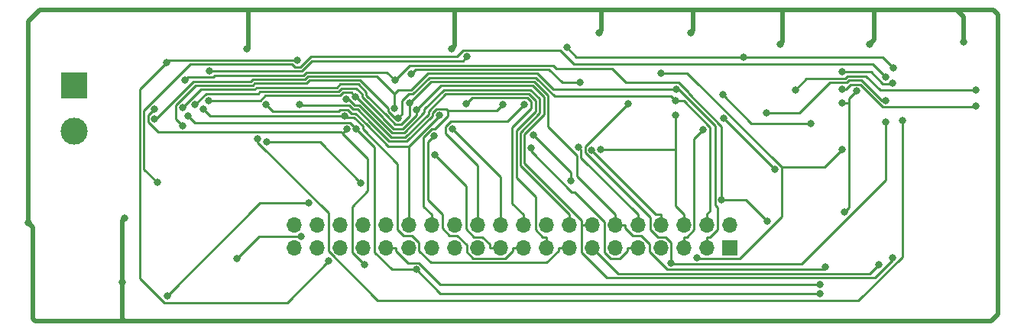
<source format=gbr>
%TF.GenerationSoftware,KiCad,Pcbnew,7.0.10*%
%TF.CreationDate,2024-01-06T13:40:11+01:00*%
%TF.ProjectId,p2000t-ram-expansion-board-smd,70323030-3074-42d7-9261-6d2d65787061,rev?*%
%TF.SameCoordinates,Original*%
%TF.FileFunction,Copper,L2,Bot*%
%TF.FilePolarity,Positive*%
%FSLAX46Y46*%
G04 Gerber Fmt 4.6, Leading zero omitted, Abs format (unit mm)*
G04 Created by KiCad (PCBNEW 7.0.10) date 2024-01-06 13:40:11*
%MOMM*%
%LPD*%
G01*
G04 APERTURE LIST*
%TA.AperFunction,ComponentPad*%
%ADD10R,3.000000X3.000000*%
%TD*%
%TA.AperFunction,ComponentPad*%
%ADD11C,3.000000*%
%TD*%
%TA.AperFunction,ComponentPad*%
%ADD12R,1.700000X1.700000*%
%TD*%
%TA.AperFunction,ComponentPad*%
%ADD13O,1.700000X1.700000*%
%TD*%
%TA.AperFunction,ViaPad*%
%ADD14C,0.800000*%
%TD*%
%TA.AperFunction,Conductor*%
%ADD15C,0.250000*%
%TD*%
%TA.AperFunction,Conductor*%
%ADD16C,0.500000*%
%TD*%
G04 APERTURE END LIST*
D10*
%TO.P,J3,1,Pin_1*%
%TO.N,GND*%
X26416000Y-62484000D03*
D11*
%TO.P,J3,2,Pin_2*%
%TO.N,VCC*%
X26416000Y-67564000D03*
%TD*%
D12*
%TO.P,J1,1,Pin_1*%
%TO.N,GND*%
X99055000Y-80518000D03*
D13*
%TO.P,J1,2,Pin_2*%
%TO.N,unconnected-(J1-Pin_2-Pad2)*%
X99055000Y-77978000D03*
%TO.P,J1,3,Pin_3*%
%TO.N,D0*%
X96515000Y-80518000D03*
%TO.P,J1,4,Pin_4*%
%TO.N,D1*%
X96515000Y-77978000D03*
%TO.P,J1,5,Pin_5*%
%TO.N,D2*%
X93975000Y-80518000D03*
%TO.P,J1,6,Pin_6*%
%TO.N,D3*%
X93975000Y-77978000D03*
%TO.P,J1,7,Pin_7*%
%TO.N,D4*%
X91435000Y-80518000D03*
%TO.P,J1,8,Pin_8*%
%TO.N,D5*%
X91435000Y-77978000D03*
%TO.P,J1,9,Pin_9*%
%TO.N,D6*%
X88895000Y-80518000D03*
%TO.P,J1,10,Pin_10*%
%TO.N,D7*%
X88895000Y-77978000D03*
%TO.P,J1,11,Pin_11*%
%TO.N,A0*%
X86355000Y-80518000D03*
%TO.P,J1,12,Pin_12*%
%TO.N,A1*%
X86355000Y-77978000D03*
%TO.P,J1,13,Pin_13*%
%TO.N,A2*%
X83815000Y-80518000D03*
%TO.P,J1,14,Pin_14*%
%TO.N,A3*%
X83815000Y-77978000D03*
%TO.P,J1,15,Pin_15*%
%TO.N,A4*%
X81275000Y-80518000D03*
%TO.P,J1,16,Pin_16*%
%TO.N,A5*%
X81275000Y-77978000D03*
%TO.P,J1,17,Pin_17*%
%TO.N,A6*%
X78735000Y-80518000D03*
%TO.P,J1,18,Pin_18*%
%TO.N,A7*%
X78735000Y-77978000D03*
%TO.P,J1,19,Pin_19*%
%TO.N,A8*%
X76195000Y-80518000D03*
%TO.P,J1,20,Pin_20*%
%TO.N,A9*%
X76195000Y-77978000D03*
%TO.P,J1,21,Pin_21*%
%TO.N,A10*%
X73655000Y-80518000D03*
%TO.P,J1,22,Pin_22*%
%TO.N,A11*%
X73655000Y-77978000D03*
%TO.P,J1,23,Pin_23*%
%TO.N,A12*%
X71115000Y-80518000D03*
%TO.P,J1,24,Pin_24*%
%TO.N,A13*%
X71115000Y-77978000D03*
%TO.P,J1,25,Pin_25*%
%TO.N,A14*%
X68575000Y-80518000D03*
%TO.P,J1,26,Pin_26*%
%TO.N,RAMS2*%
X68575000Y-77978000D03*
%TO.P,J1,27,Pin_27*%
%TO.N,~{MRQ}*%
X66035000Y-80518000D03*
%TO.P,J1,28,Pin_28*%
%TO.N,~{RD}*%
X66035000Y-77978000D03*
%TO.P,J1,29,Pin_29*%
%TO.N,unconnected-(J1-Pin_29-Pad29)*%
X63495000Y-80518000D03*
%TO.P,J1,30,Pin_30*%
%TO.N,~{WR}*%
X63495000Y-77978000D03*
%TO.P,J1,31,Pin_31*%
%TO.N,~{IORQ}*%
X60955000Y-80518000D03*
%TO.P,J1,32,Pin_32*%
%TO.N,unconnected-(J1-Pin_32-Pad32)*%
X60955000Y-77978000D03*
%TO.P,J1,33,Pin_33*%
%TO.N,unconnected-(J1-Pin_33-Pad33)*%
X58415000Y-80518000D03*
%TO.P,J1,34,Pin_34*%
%TO.N,~{RES}*%
X58415000Y-77978000D03*
%TO.P,J1,35,Pin_35*%
%TO.N,unconnected-(J1-Pin_35-Pad35)*%
X55875000Y-80518000D03*
%TO.P,J1,36,Pin_36*%
%TO.N,unconnected-(J1-Pin_36-Pad36)*%
X55875000Y-77978000D03*
%TO.P,J1,37,Pin_37*%
%TO.N,unconnected-(J1-Pin_37-Pad37)*%
X53335000Y-80518000D03*
%TO.P,J1,38,Pin_38*%
%TO.N,unconnected-(J1-Pin_38-Pad38)*%
X53335000Y-77978000D03*
%TO.P,J1,39,Pin_39*%
%TO.N,unconnected-(J1-Pin_39-Pad39)*%
X50795000Y-80518000D03*
%TO.P,J1,40,Pin_40*%
%TO.N,unconnected-(J1-Pin_40-Pad40)*%
X50795000Y-77978000D03*
%TD*%
D14*
%TO.N,A14_1*%
X41401500Y-60877300D03*
X69963900Y-59332100D03*
%TO.N,D0*%
X61945400Y-65051300D03*
X93133600Y-62951900D03*
X35374700Y-66206400D03*
%TO.N,D1*%
X93077200Y-64245200D03*
X62347700Y-66120200D03*
X38461200Y-66970000D03*
%TO.N,D2*%
X96168400Y-67459100D03*
%TO.N,D3*%
X84793700Y-69624200D03*
X58210900Y-73324700D03*
X93048100Y-65798900D03*
X47766000Y-68801200D03*
%TO.N,D5*%
X83793300Y-69683600D03*
%TO.N,D6*%
X77067400Y-69424100D03*
%TO.N,D7*%
X82342600Y-69366500D03*
%TO.N,A0*%
X64345600Y-82947300D03*
X109081900Y-85629400D03*
X57694600Y-67335100D03*
X39098700Y-65870000D03*
%TO.N,A1*%
X38455700Y-65005000D03*
X63614400Y-64468200D03*
X109709900Y-82655300D03*
%TO.N,A2*%
X58658200Y-82440200D03*
X56694200Y-67360500D03*
X115590700Y-82379700D03*
X35359700Y-65137600D03*
%TO.N,A3*%
X117094100Y-81617300D03*
X39827700Y-64659100D03*
X64354900Y-65222200D03*
%TO.N,A4*%
X56438700Y-65909800D03*
X40787200Y-65138800D03*
%TO.N,A5*%
X57626800Y-63772400D03*
X41378100Y-64174600D03*
%TO.N,A6*%
X56552800Y-64008800D03*
%TO.N,A7*%
X98193200Y-75176900D03*
X38696300Y-61955500D03*
X103259100Y-77557500D03*
X61967800Y-61958900D03*
%TO.N,A8*%
X66290100Y-68137100D03*
%TO.N,A9*%
X69877100Y-64549000D03*
%TO.N,A10*%
X66366300Y-70180600D03*
%TO.N,A11*%
X68324200Y-67359700D03*
%TO.N,A12*%
X36683600Y-59991500D03*
X54679900Y-82025700D03*
X51174000Y-59746000D03*
%TO.N,A13*%
X76341100Y-64609800D03*
%TO.N,~{RD}*%
X73948600Y-64635800D03*
X51441300Y-64646300D03*
%TO.N,~{WR}*%
X47703300Y-64591700D03*
X66884000Y-65839900D03*
%TO.N,~{IORQ}*%
X109071400Y-84588600D03*
%TO.N,A14_2*%
X82516900Y-62195700D03*
X63779300Y-61223100D03*
%TO.N,~{CS2}*%
X81485900Y-73091400D03*
X77301300Y-67973400D03*
%TO.N,S1*%
X95431700Y-81605500D03*
X91475600Y-61114100D03*
X111551500Y-69627500D03*
%TO.N,S2*%
X116357000Y-66569000D03*
X87790100Y-64580100D03*
X92566800Y-82225000D03*
%TO.N,Net-(U3-Pad3)*%
X117091400Y-62298000D03*
X111540100Y-61018600D03*
%TO.N,+5V*%
X68232000Y-58420000D03*
X31750000Y-84336900D03*
X94742000Y-56642000D03*
X21336000Y-77724000D03*
X124968000Y-57658000D03*
X84582000Y-56642000D03*
X32004000Y-77216000D03*
X114554000Y-57912000D03*
X45544800Y-58420000D03*
X104648000Y-57912000D03*
%TO.N,~{P=Q}*%
X113103000Y-63144800D03*
X111798700Y-76558300D03*
X111536100Y-64427200D03*
%TO.N,~{CS1}*%
X118223200Y-66370800D03*
X46757700Y-68444600D03*
%TO.N,~{REN}*%
X111531400Y-62919600D03*
X126322000Y-64781700D03*
%TO.N,Net-(U1-Pad5)*%
X98387800Y-66168300D03*
X104055900Y-71859100D03*
%TO.N,S3*%
X44454300Y-81764200D03*
X51593000Y-79248000D03*
%TO.N,S0*%
X36765900Y-85884100D03*
X52467300Y-75588900D03*
%TO.N,Net-(U1-Pad10)*%
X103147600Y-65535000D03*
X116341900Y-64170700D03*
%TO.N,Net-(U1-Pad12)*%
X106332800Y-62995000D03*
X126342000Y-62995000D03*
%TO.N,Net-(U1-Pad3)*%
X98306900Y-63567100D03*
X108063600Y-66723100D03*
%TO.N,EO*%
X117248600Y-60598800D03*
X100609300Y-59392500D03*
X81013800Y-58310200D03*
%TO.N,Net-(U8-CE)*%
X116355200Y-61582600D03*
X35661000Y-73263700D03*
%TD*%
D15*
%TO.N,A14_1*%
X52811700Y-59771000D02*
X69525000Y-59771000D01*
X69525000Y-59771000D02*
X69963900Y-59332100D01*
X51661100Y-60921600D02*
X52811700Y-59771000D01*
X41401500Y-60877300D02*
X41445800Y-60921600D01*
X41445800Y-60921600D02*
X51661100Y-60921600D01*
%TO.N,D0*%
X97694900Y-78530100D02*
X96882300Y-79342700D01*
X97694900Y-76031400D02*
X97694900Y-78530100D01*
X52374200Y-61482300D02*
X52034300Y-61822200D01*
X46038800Y-62053000D02*
X39624600Y-62053000D01*
X46269600Y-61822200D02*
X46038800Y-62053000D01*
X97467900Y-67039500D02*
X97467900Y-75804400D01*
X96515000Y-80518000D02*
X96515000Y-79342700D01*
X35471200Y-66206400D02*
X35374700Y-66206400D01*
X93380300Y-62951900D02*
X97467900Y-67039500D01*
X93133600Y-62951900D02*
X93380300Y-62951900D01*
X65604600Y-61182700D02*
X63789500Y-62997800D01*
X61945400Y-63414700D02*
X61945400Y-65051300D01*
X61945400Y-63414700D02*
X60013000Y-61482300D01*
X52034300Y-61822200D02*
X46269600Y-61822200D01*
X39624600Y-62053000D02*
X35471200Y-66206400D01*
X77780200Y-61182700D02*
X65604600Y-61182700D01*
X93133600Y-62951900D02*
X79549400Y-62951900D01*
X96882300Y-79342700D02*
X96515000Y-79342700D01*
X62362300Y-62997800D02*
X61945400Y-63414700D01*
X97467900Y-75804400D02*
X97694900Y-76031400D01*
X60013000Y-61482300D02*
X52374200Y-61482300D01*
X63789500Y-62997800D02*
X62362300Y-62997800D01*
X79549400Y-62951900D02*
X77780200Y-61182700D01*
%TO.N,D1*%
X96515000Y-76802700D02*
X96899700Y-76418000D01*
X96515000Y-77978000D02*
X96515000Y-76802700D01*
X63976100Y-63448100D02*
X63552700Y-63448100D01*
X58086600Y-61932600D02*
X61220100Y-65066100D01*
X39915400Y-62503300D02*
X46225400Y-62503300D01*
X96899700Y-67164400D02*
X93980500Y-64245200D01*
X65791200Y-61633000D02*
X63976100Y-63448100D01*
X77593600Y-61633000D02*
X65791200Y-61633000D01*
X46456200Y-62272500D02*
X52220900Y-62272500D01*
X79697400Y-63736800D02*
X77593600Y-61633000D01*
X63552700Y-63448100D02*
X62802400Y-64198400D01*
X96899700Y-76418000D02*
X96899700Y-67164400D01*
X52220900Y-62272500D02*
X52560800Y-61932600D01*
X61220100Y-65351700D02*
X61988600Y-66120200D01*
X61988600Y-66120200D02*
X62347700Y-66120200D01*
X62802400Y-65665500D02*
X62347700Y-66120200D01*
X37719700Y-66228500D02*
X37719700Y-64699000D01*
X37719700Y-64699000D02*
X39915400Y-62503300D01*
X93980500Y-64245200D02*
X93077200Y-64245200D01*
X61220100Y-65066100D02*
X61220100Y-65351700D01*
X62802400Y-64198400D02*
X62802400Y-65665500D01*
X52560800Y-61932600D02*
X58086600Y-61932600D01*
X46225400Y-62503300D02*
X46456200Y-62272500D01*
X92568800Y-63736800D02*
X79697400Y-63736800D01*
X93077200Y-64245200D02*
X92568800Y-63736800D01*
X38461200Y-66970000D02*
X37719700Y-66228500D01*
%TO.N,D2*%
X94342400Y-79342700D02*
X95150300Y-78534800D01*
X93975000Y-79342700D02*
X94342400Y-79342700D01*
X95150300Y-78534800D02*
X95150300Y-68477200D01*
X95150300Y-68477200D02*
X96168400Y-67459100D01*
X93975000Y-80518000D02*
X93975000Y-79342700D01*
%TO.N,D3*%
X93975000Y-76802700D02*
X93048100Y-75875800D01*
X93048100Y-69624200D02*
X93048100Y-65798900D01*
X93048100Y-69624200D02*
X84793700Y-69624200D01*
X93048100Y-75875800D02*
X93048100Y-69624200D01*
X53687400Y-68801200D02*
X58210900Y-73324700D01*
X93975000Y-77978000D02*
X93975000Y-76802700D01*
X47766000Y-68801200D02*
X53687400Y-68801200D01*
%TO.N,D5*%
X90912400Y-76802700D02*
X91435000Y-76802700D01*
X91435000Y-77978000D02*
X91435000Y-76802700D01*
X83793300Y-69683600D02*
X90912400Y-76802700D01*
%TO.N,D6*%
X81876800Y-74355800D02*
X81598200Y-74355800D01*
X85858500Y-81712700D02*
X85179600Y-81033800D01*
X81598200Y-74355800D02*
X77067400Y-69825000D01*
X77067400Y-69825000D02*
X77067400Y-69424100D01*
X85179600Y-77658600D02*
X81876800Y-74355800D01*
X87719700Y-80518000D02*
X87719700Y-80885300D01*
X85179600Y-81033800D02*
X85179600Y-77658600D01*
X86892300Y-81712700D02*
X85858500Y-81712700D01*
X88895000Y-80518000D02*
X87719700Y-80518000D01*
X87719700Y-80885300D02*
X86892300Y-81712700D01*
%TO.N,D7*%
X88895000Y-77978000D02*
X88895000Y-76802700D01*
X88895000Y-76802700D02*
X82617700Y-70525400D01*
X82617700Y-69641600D02*
X82342600Y-69366500D01*
X82617700Y-70525400D02*
X82617700Y-69641600D01*
%TO.N,A0*%
X39098700Y-65870000D02*
X39863900Y-66635200D01*
X109081900Y-85629400D02*
X67027700Y-85629400D01*
X67027700Y-85629400D02*
X64345600Y-82947300D01*
X39863900Y-66635200D02*
X56994700Y-66635200D01*
X56994700Y-66635200D02*
X57694600Y-67335100D01*
X61656600Y-82947300D02*
X59740000Y-81030700D01*
X64345600Y-82947300D02*
X61656600Y-82947300D01*
X59740000Y-81030700D02*
X59740000Y-69380500D01*
X59740000Y-69380500D02*
X57694600Y-67335100D01*
%TO.N,A1*%
X86355000Y-77390300D02*
X86355000Y-76802700D01*
X78936600Y-67078800D02*
X78936600Y-63612900D01*
X65999300Y-62083300D02*
X63614400Y-64468200D01*
X61121700Y-65936900D02*
X61121700Y-65915000D01*
X92133000Y-82954600D02*
X109410600Y-82954600D01*
X58802400Y-63285300D02*
X57900000Y-62382900D01*
X61121700Y-65915000D02*
X58802400Y-63595700D01*
X62648200Y-66845500D02*
X62030300Y-66845500D01*
X55879200Y-62382900D02*
X55539300Y-62722800D01*
X86355000Y-77978000D02*
X86355000Y-77390300D01*
X109410600Y-82954600D02*
X109709900Y-82655300D01*
X63614400Y-64468200D02*
X63614400Y-65879300D01*
X88338200Y-79153300D02*
X89228300Y-79153300D01*
X82127600Y-70269800D02*
X78936600Y-67078800D01*
X63614400Y-65879300D02*
X62648200Y-66845500D01*
X89228300Y-79153300D02*
X90165000Y-80090000D01*
X87530300Y-78345400D02*
X88338200Y-79153300D01*
X57900000Y-62382900D02*
X55879200Y-62382900D01*
X90165000Y-80090000D02*
X90165000Y-80986600D01*
X55539300Y-62722800D02*
X46642800Y-62722800D01*
X62030300Y-66845500D02*
X61121700Y-65936900D01*
X46642800Y-62722800D02*
X46412000Y-62953600D01*
X86355000Y-77978000D02*
X87530300Y-77978000D01*
X78936600Y-63612900D02*
X77407000Y-62083300D01*
X82127600Y-72575300D02*
X82127600Y-70269800D01*
X40507100Y-62953600D02*
X38455700Y-65005000D01*
X87530300Y-77978000D02*
X87530300Y-78345400D01*
X58802400Y-63595700D02*
X58802400Y-63285300D01*
X77407000Y-62083300D02*
X65999300Y-62083300D01*
X46412000Y-62953600D02*
X40507100Y-62953600D01*
X86355000Y-76802700D02*
X82127600Y-72575300D01*
X90165000Y-80986600D02*
X92133000Y-82954600D01*
%TO.N,A2*%
X114557500Y-83412900D02*
X115590700Y-82379700D01*
X86709900Y-83412900D02*
X114557500Y-83412900D01*
X34649300Y-66586200D02*
X35780100Y-67717000D01*
X56187400Y-67867300D02*
X56694200Y-67360500D01*
X83815000Y-80518000D02*
X86709900Y-83412900D01*
X58969100Y-74217300D02*
X57239600Y-75946800D01*
X35359700Y-65137600D02*
X34649300Y-65848000D01*
X34649300Y-65848000D02*
X34649300Y-66586200D01*
X58969100Y-70649100D02*
X58969100Y-74217300D01*
X57239600Y-81021600D02*
X58658200Y-82440200D01*
X35780100Y-67717000D02*
X56037000Y-67717000D01*
X56187400Y-67867300D02*
X58969100Y-70649100D01*
X56037000Y-67717000D02*
X56187400Y-67867300D01*
X57239600Y-75946800D02*
X57239600Y-81021600D01*
%TO.N,A3*%
X41082900Y-63403900D02*
X39827700Y-64659100D01*
X82639700Y-77485300D02*
X76342100Y-71187700D01*
X78486300Y-63799500D02*
X77220400Y-62533600D01*
X115166600Y-83863200D02*
X117094100Y-81935700D01*
X62834700Y-67295900D02*
X61843800Y-67295900D01*
X64354900Y-65222200D02*
X64354900Y-65775700D01*
X57713400Y-62833200D02*
X56065800Y-62833200D01*
X77220400Y-62533600D02*
X67043500Y-62533600D01*
X76342100Y-71187700D02*
X76342100Y-67906700D01*
X83815000Y-77978000D02*
X82639700Y-77978000D01*
X82639700Y-77978000D02*
X82639700Y-77485300D01*
X67043500Y-62533600D02*
X64354900Y-65222200D01*
X56065800Y-62833200D02*
X55725900Y-63173100D01*
X60671400Y-66123500D02*
X60671400Y-66101600D01*
X82639700Y-77978000D02*
X82639700Y-81047000D01*
X60671400Y-66101600D02*
X58352100Y-63782300D01*
X55725900Y-63173100D02*
X47054700Y-63173100D01*
X58352100Y-63782300D02*
X58352100Y-63471900D01*
X82639700Y-81047000D02*
X85455900Y-83863200D01*
X76342100Y-67906700D02*
X78486300Y-65762500D01*
X78486300Y-65762500D02*
X78486300Y-63799500D01*
X47054700Y-63173100D02*
X46823900Y-63403900D01*
X61843800Y-67295900D02*
X60671400Y-66123500D01*
X64354900Y-65775700D02*
X62834700Y-67295900D01*
X117094100Y-81935700D02*
X117094100Y-81617300D01*
X58352100Y-63471900D02*
X57713400Y-62833200D01*
X85455900Y-83863200D02*
X115166600Y-83863200D01*
X46823900Y-63403900D02*
X41082900Y-63403900D01*
%TO.N,A4*%
X40787200Y-65138800D02*
X41558200Y-65909800D01*
X57447100Y-66061800D02*
X56590700Y-66061800D01*
X78805700Y-82179300D02*
X66003600Y-82179300D01*
X64670400Y-80846100D02*
X64670400Y-79992400D01*
X62290900Y-71197000D02*
X58419900Y-67326000D01*
X62969400Y-79153400D02*
X62290900Y-78474900D01*
X81275000Y-80518000D02*
X80099700Y-80518000D01*
X56590700Y-66061800D02*
X56438700Y-65909800D01*
X80099700Y-80885300D02*
X78805700Y-82179300D01*
X63831400Y-79153400D02*
X62969400Y-79153400D01*
X66003600Y-82179300D02*
X64670400Y-80846100D01*
X41558200Y-65909800D02*
X56438700Y-65909800D01*
X58419900Y-67034600D02*
X57447100Y-66061800D01*
X62290900Y-78474900D02*
X62290900Y-71197000D01*
X64670400Y-79992400D02*
X63831400Y-79153400D01*
X58419900Y-67326000D02*
X58419900Y-67034600D01*
X80099700Y-80518000D02*
X80099700Y-80885300D01*
%TO.N,A5*%
X75889000Y-67722900D02*
X78036000Y-65575900D01*
X61688900Y-67777900D02*
X60221100Y-66310100D01*
X60221100Y-66310100D02*
X60221100Y-66288200D01*
X75889000Y-71416700D02*
X75889000Y-67722900D01*
X81275000Y-76802700D02*
X75889000Y-71416700D01*
X78036000Y-65575900D02*
X78036000Y-63986100D01*
X62989600Y-67777900D02*
X61688900Y-67777900D01*
X67440500Y-62983900D02*
X65258100Y-65166300D01*
X65258100Y-65166300D02*
X65258100Y-65509400D01*
X60221100Y-66288200D02*
X57705300Y-63772400D01*
X41378100Y-64174600D02*
X47078800Y-64174600D01*
X55912500Y-63623400D02*
X56252400Y-63283500D01*
X65258100Y-65509400D02*
X62989600Y-67777900D01*
X47078800Y-64174600D02*
X47630000Y-63623400D01*
X56252400Y-63283500D02*
X57137900Y-63283500D01*
X57137900Y-63283500D02*
X57626800Y-63772400D01*
X57705300Y-63772400D02*
X57626800Y-63772400D01*
X81275000Y-77978000D02*
X81275000Y-76802700D01*
X78036000Y-63986100D02*
X77033800Y-62983900D01*
X47630000Y-63623400D02*
X55912500Y-63623400D01*
X77033800Y-62983900D02*
X67440500Y-62983900D01*
%TO.N,A6*%
X77585700Y-65389300D02*
X77585700Y-64172700D01*
X59770800Y-66474800D02*
X58006900Y-64710900D01*
X56552800Y-64008900D02*
X56552800Y-64008800D01*
X78735000Y-80518000D02*
X78735000Y-79342700D01*
X77559700Y-78534800D02*
X77559700Y-74854500D01*
X75438600Y-67536400D02*
X77585700Y-65389300D01*
X57539400Y-64710900D02*
X56837400Y-64008900D01*
X78735000Y-79342700D02*
X78367600Y-79342700D01*
X65708400Y-65352900D02*
X65708400Y-65696000D01*
X77559700Y-74854500D02*
X75438600Y-72733400D01*
X67627100Y-63434200D02*
X65708400Y-65352900D01*
X56837400Y-64008900D02*
X56552800Y-64008900D01*
X77585700Y-64172700D02*
X76847200Y-63434200D01*
X63130400Y-68274000D02*
X61548100Y-68274000D01*
X59770800Y-66496700D02*
X59770800Y-66474800D01*
X58006900Y-64710900D02*
X57539400Y-64710900D01*
X75438600Y-72733400D02*
X75438600Y-67536400D01*
X76847200Y-63434200D02*
X67627100Y-63434200D01*
X65708400Y-65696000D02*
X63130400Y-68274000D01*
X61548100Y-68274000D02*
X59770800Y-66496700D01*
X78367600Y-79342700D02*
X77559700Y-78534800D01*
%TO.N,A7*%
X61967800Y-61958900D02*
X63654700Y-60272000D01*
X87581400Y-62155100D02*
X93410200Y-62155100D01*
X42058700Y-61371900D02*
X51847700Y-61371900D01*
X94513100Y-63383500D02*
X98193200Y-67063600D01*
X94513100Y-63258000D02*
X94513100Y-63383500D01*
X98193200Y-67063600D02*
X98193200Y-75176900D01*
X63654700Y-60272000D02*
X79537400Y-60272000D01*
X79891700Y-60626300D02*
X86052600Y-60626300D01*
X38696300Y-61955500D02*
X39049200Y-61602600D01*
X103259100Y-77557500D02*
X100878500Y-75176900D01*
X86052600Y-60626300D02*
X87581400Y-62155100D01*
X79537400Y-60272000D02*
X79891700Y-60626300D01*
X41828000Y-61602600D02*
X42058700Y-61371900D01*
X39049200Y-61602600D02*
X41828000Y-61602600D01*
X93410200Y-62155100D02*
X94513100Y-63258000D01*
X51847700Y-61371900D02*
X52187600Y-61032000D01*
X61040900Y-61032000D02*
X61967800Y-61958900D01*
X100878500Y-75176900D02*
X98193200Y-75176900D01*
X52187600Y-61032000D02*
X61040900Y-61032000D01*
%TO.N,A8*%
X67220800Y-78324800D02*
X67220800Y-76802600D01*
X65640900Y-68786300D02*
X66290100Y-68137100D01*
X76195000Y-80518000D02*
X75019700Y-80518000D01*
X69939700Y-80218500D02*
X68874600Y-79153400D01*
X67220800Y-76802600D02*
X65640900Y-75222700D01*
X70659700Y-81728900D02*
X69939700Y-81008900D01*
X74176100Y-81728900D02*
X70659700Y-81728900D01*
X75019700Y-80518000D02*
X75019700Y-80885300D01*
X68874600Y-79153400D02*
X68049400Y-79153400D01*
X65640900Y-75222700D02*
X65640900Y-68786300D01*
X68049400Y-79153400D02*
X67220800Y-78324800D01*
X75019700Y-80885300D02*
X74176100Y-81728900D01*
X69939700Y-81008900D02*
X69939700Y-80218500D01*
%TO.N,A9*%
X70541600Y-63884500D02*
X69877100Y-64549000D01*
X76660600Y-63884500D02*
X70541600Y-63884500D01*
X74988200Y-67124900D02*
X77076000Y-65037100D01*
X76195000Y-77978000D02*
X76195000Y-76802700D01*
X77076000Y-65037100D02*
X77076000Y-64299900D01*
X74988200Y-75595900D02*
X74988200Y-67124900D01*
X77076000Y-64299900D02*
X76660600Y-63884500D01*
X76195000Y-76802700D02*
X74988200Y-75595900D01*
%TO.N,A10*%
X72479700Y-80518000D02*
X72479700Y-80150600D01*
X71671800Y-79342700D02*
X70749000Y-79342700D01*
X69845000Y-78438700D02*
X69845000Y-73659300D01*
X69845000Y-73659300D02*
X66366300Y-70180600D01*
X70749000Y-79342700D02*
X69845000Y-78438700D01*
X73655000Y-80518000D02*
X72479700Y-80518000D01*
X72479700Y-80150600D02*
X71671800Y-79342700D01*
%TO.N,A11*%
X73655000Y-77978000D02*
X73655000Y-72690500D01*
X73655000Y-72690500D02*
X68324200Y-67359700D01*
%TO.N,A12*%
X50092300Y-86613300D02*
X36436900Y-86613300D01*
X36988400Y-59686700D02*
X51114700Y-59686700D01*
X33733400Y-62941700D02*
X36683600Y-59991500D01*
X36683600Y-59991500D02*
X36988400Y-59686700D01*
X33733400Y-83909800D02*
X33733400Y-62941700D01*
X51114700Y-59686700D02*
X51174000Y-59746000D01*
X54679900Y-82025700D02*
X50092300Y-86613300D01*
X36436900Y-86613300D02*
X33733400Y-83909800D01*
%TO.N,A13*%
X68188600Y-66463900D02*
X74487000Y-66463900D01*
X71115000Y-77978000D02*
X71115000Y-71375900D01*
X67598200Y-67054300D02*
X68188600Y-66463900D01*
X71115000Y-71375900D02*
X67598200Y-67859100D01*
X74487000Y-66463900D02*
X76341100Y-64609800D01*
X67598200Y-67859100D02*
X67598200Y-67054300D01*
%TO.N,~{RD}*%
X65170900Y-75938600D02*
X66035000Y-76802700D01*
X63317000Y-68724300D02*
X61361500Y-68724300D01*
X67833500Y-65279500D02*
X67668600Y-65114600D01*
X61361500Y-68724300D02*
X59320500Y-66683300D01*
X57352800Y-65161200D02*
X56925800Y-64734200D01*
X73948600Y-64635800D02*
X73304900Y-65279500D01*
X67833500Y-65279500D02*
X67833500Y-65916500D01*
X56925800Y-64734200D02*
X51529200Y-64734200D01*
X66158700Y-65539500D02*
X66158700Y-65882600D01*
X57820300Y-65161200D02*
X57352800Y-65161200D01*
X65170900Y-68229500D02*
X65170900Y-75938600D01*
X67668600Y-65114600D02*
X66583600Y-65114600D01*
X66035000Y-77978000D02*
X66035000Y-76802700D01*
X59320500Y-66683300D02*
X59320500Y-66661400D01*
X59320500Y-66661400D02*
X57820300Y-65161200D01*
X66583600Y-65114600D02*
X66158700Y-65539500D01*
X66030500Y-67369900D02*
X65170900Y-68229500D01*
X73304900Y-65279500D02*
X67833500Y-65279500D01*
X66158700Y-65882600D02*
X63317000Y-68724300D01*
X67833500Y-65916500D02*
X66380100Y-67369900D01*
X51529200Y-64734200D02*
X51441300Y-64646300D01*
X66380100Y-67369900D02*
X66030500Y-67369900D01*
%TO.N,~{WR}*%
X55740300Y-65371600D02*
X55927400Y-65184500D01*
X63495000Y-69268500D02*
X63495000Y-76802700D01*
X66884000Y-65839900D02*
X66884000Y-65879600D01*
X56739200Y-65184500D02*
X57166200Y-65611500D01*
X47703300Y-64591700D02*
X48483200Y-65371600D01*
X66884000Y-65879600D02*
X66883900Y-65879600D01*
X66883900Y-65879600D02*
X63495000Y-69268500D01*
X48483200Y-65371600D02*
X55740300Y-65371600D01*
X63495000Y-77978000D02*
X63495000Y-76802700D01*
X58870200Y-66848000D02*
X58870200Y-66869900D01*
X57633700Y-65611500D02*
X58870200Y-66848000D01*
X57166200Y-65611500D02*
X57633700Y-65611500D01*
X58870200Y-66869900D02*
X61268800Y-69268500D01*
X55927400Y-65184500D02*
X56739200Y-65184500D01*
X61268800Y-69268500D02*
X63495000Y-69268500D01*
%TO.N,~{IORQ}*%
X60955000Y-80518000D02*
X62130300Y-80518000D01*
X62130300Y-80885300D02*
X63467000Y-82222000D01*
X64646100Y-82222000D02*
X67012700Y-84588600D01*
X67012700Y-84588600D02*
X109071400Y-84588600D01*
X62130300Y-80518000D02*
X62130300Y-80885300D01*
X63467000Y-82222000D02*
X64646100Y-82222000D01*
%TO.N,A14_2*%
X80506000Y-62195700D02*
X79042700Y-60732400D01*
X82516900Y-62195700D02*
X80506000Y-62195700D01*
X64270000Y-60732400D02*
X63779300Y-61223100D01*
X79042700Y-60732400D02*
X64270000Y-60732400D01*
%TO.N,~{CS2}*%
X81485900Y-72158000D02*
X77301300Y-67973400D01*
X81485900Y-73091400D02*
X81485900Y-72158000D01*
%TO.N,S1*%
X104824100Y-71565200D02*
X104824100Y-77036300D01*
X104824100Y-77036300D02*
X100167000Y-81693400D01*
X104824100Y-71565200D02*
X94373000Y-61114100D01*
X94373000Y-61114100D02*
X91475600Y-61114100D01*
X111551500Y-69627500D02*
X109613800Y-71565200D01*
X109613800Y-71565200D02*
X104824100Y-71565200D01*
X100167000Y-81693400D02*
X95519600Y-81693400D01*
X95519600Y-81693400D02*
X95431700Y-81605500D01*
%TO.N,S2*%
X90259600Y-77175500D02*
X90259600Y-78479500D01*
X91959600Y-79342600D02*
X92610400Y-79993400D01*
X92610400Y-82181400D02*
X92566800Y-82225000D01*
X83068000Y-69302200D02*
X83068000Y-69984000D01*
X92683200Y-82341400D02*
X107041400Y-82341400D01*
X92566800Y-82225000D02*
X92683200Y-82341400D01*
X87790100Y-64580100D02*
X83068000Y-69302200D01*
X91122700Y-79342600D02*
X91959600Y-79342600D01*
X83068000Y-69984000D02*
X90259500Y-77175500D01*
X90259600Y-78479500D02*
X91122700Y-79342600D01*
X92610400Y-79993400D02*
X92610400Y-82181400D01*
X90259500Y-77175500D02*
X90259600Y-77175500D01*
X116357000Y-73025800D02*
X116357000Y-66569000D01*
X107041400Y-82341400D02*
X116357000Y-73025800D01*
%TO.N,Net-(U3-Pad3)*%
X114713900Y-60967000D02*
X116054900Y-62308000D01*
X111540100Y-61018600D02*
X111591700Y-60967000D01*
X116054900Y-62308000D02*
X117081400Y-62308000D01*
X111591700Y-60967000D02*
X114713900Y-60967000D01*
X117081400Y-62308000D02*
X117091400Y-62298000D01*
D16*
%TO.N,+5V*%
X124206000Y-54102000D02*
X124968000Y-54864000D01*
X22606000Y-54102000D02*
X45720000Y-54102000D01*
X68580000Y-58072000D02*
X68232000Y-58420000D01*
X104902000Y-54102000D02*
X115062000Y-54102000D01*
X45720000Y-58244800D02*
X45544800Y-58420000D01*
X84836000Y-56388000D02*
X84582000Y-56642000D01*
X21844000Y-88392000D02*
X21844000Y-78232000D01*
X104902000Y-57658000D02*
X104648000Y-57912000D01*
X94996000Y-54102000D02*
X94996000Y-56388000D01*
X21844000Y-78232000D02*
X21336000Y-77724000D01*
X22098000Y-88646000D02*
X21844000Y-88392000D01*
X31750000Y-77470000D02*
X32004000Y-77216000D01*
X84836000Y-54102000D02*
X94996000Y-54102000D01*
X115062000Y-57404000D02*
X114554000Y-57912000D01*
X32004000Y-88646000D02*
X31750000Y-88392000D01*
X104902000Y-54102000D02*
X104902000Y-57658000D01*
X115062000Y-54102000D02*
X124206000Y-54102000D01*
X94996000Y-54102000D02*
X104902000Y-54102000D01*
X115062000Y-54102000D02*
X115062000Y-57404000D01*
X68580000Y-54102000D02*
X84836000Y-54102000D01*
X31750000Y-88392000D02*
X31750000Y-84336900D01*
X124206000Y-54102000D02*
X128270000Y-54102000D01*
X31750000Y-84336900D02*
X31750000Y-77470000D01*
X128778000Y-54610000D02*
X128778000Y-87884000D01*
X45720000Y-54102000D02*
X68580000Y-54102000D01*
X84836000Y-54102000D02*
X84836000Y-56388000D01*
X21336000Y-55372000D02*
X22606000Y-54102000D01*
X128778000Y-87884000D02*
X128016000Y-88646000D01*
X68580000Y-54102000D02*
X68580000Y-58072000D01*
X128016000Y-88646000D02*
X32004000Y-88646000D01*
X94996000Y-56388000D02*
X94742000Y-56642000D01*
X21336000Y-77724000D02*
X21336000Y-55372000D01*
X45720000Y-54102000D02*
X45720000Y-58244800D01*
X124968000Y-54864000D02*
X124968000Y-57658000D01*
X128270000Y-54102000D02*
X128778000Y-54610000D01*
X32004000Y-88646000D02*
X22098000Y-88646000D01*
D15*
%TO.N,~{P=Q}*%
X112285300Y-64427200D02*
X112285300Y-63962500D01*
X112285300Y-63962500D02*
X113103000Y-63144800D01*
X112285300Y-64427200D02*
X111536100Y-64427200D01*
X112285300Y-64427200D02*
X112285300Y-76071700D01*
X112285300Y-76071700D02*
X111798700Y-76558300D01*
%TO.N,~{CS1}*%
X118223200Y-81521500D02*
X113345300Y-86399400D01*
X60083300Y-86399400D02*
X54605000Y-80921100D01*
X54605000Y-76665900D02*
X46757700Y-68818600D01*
X118223200Y-66370800D02*
X118223200Y-81521500D01*
X113345300Y-86399400D02*
X60083300Y-86399400D01*
X54605000Y-80921100D02*
X54605000Y-76665900D01*
X46757700Y-68818600D02*
X46757700Y-68444600D01*
%TO.N,~{REN}*%
X113556500Y-62418100D02*
X116050900Y-64912500D01*
X112440200Y-62418100D02*
X113556500Y-62418100D01*
X111531400Y-62919600D02*
X111938700Y-62919600D01*
X126191200Y-64912500D02*
X126322000Y-64781700D01*
X111938700Y-62919600D02*
X112440200Y-62418100D01*
X116050900Y-64912500D02*
X126191200Y-64912500D01*
%TO.N,Net-(U1-Pad5)*%
X98387800Y-66191000D02*
X104055900Y-71859100D01*
X98387800Y-66168300D02*
X98387800Y-66191000D01*
%TO.N,S3*%
X46970500Y-79248000D02*
X44454300Y-81764200D01*
X51593000Y-79248000D02*
X46970500Y-79248000D01*
%TO.N,S0*%
X47061100Y-75588900D02*
X52467300Y-75588900D01*
X36765900Y-85884100D02*
X47061100Y-75588900D01*
%TO.N,Net-(U1-Pad10)*%
X110152500Y-62194200D02*
X112027200Y-62194200D01*
X103147600Y-65535000D02*
X106811700Y-65535000D01*
X106811700Y-65535000D02*
X110152500Y-62194200D01*
X112308600Y-61912800D02*
X113688100Y-61912800D01*
X113688100Y-61912800D02*
X115946000Y-64170700D01*
X115946000Y-64170700D02*
X116341900Y-64170700D01*
X112027200Y-62194200D02*
X112308600Y-61912800D01*
%TO.N,Net-(U1-Pad12)*%
X107583900Y-61743900D02*
X111840600Y-61743900D01*
X126284600Y-63052400D02*
X126342000Y-62995000D01*
X114180600Y-61462500D02*
X115770500Y-63052400D01*
X111840600Y-61743900D02*
X112122000Y-61462500D01*
X106332800Y-62995000D02*
X107583900Y-61743900D01*
X115770500Y-63052400D02*
X126284600Y-63052400D01*
X112122000Y-61462500D02*
X114180600Y-61462500D01*
%TO.N,Net-(U1-Pad3)*%
X101462900Y-66723100D02*
X98306900Y-63567100D01*
X108063600Y-66723100D02*
X101462900Y-66723100D01*
%TO.N,EO*%
X82096100Y-59392500D02*
X81013800Y-58310200D01*
X117248600Y-60598800D02*
X116042300Y-59392500D01*
X100609300Y-59392500D02*
X82096100Y-59392500D01*
X116042300Y-59392500D02*
X100609300Y-59392500D01*
%TO.N,Net-(U8-CE)*%
X114892100Y-60119500D02*
X116355200Y-61582600D01*
X52674500Y-59271300D02*
X68890600Y-59271300D01*
X34190600Y-65274200D02*
X39312800Y-60152000D01*
X68890600Y-59271300D02*
X69575900Y-58586000D01*
X35661000Y-73263700D02*
X34190600Y-71793300D01*
X34190600Y-71793300D02*
X34190600Y-65274200D01*
X51474500Y-60471300D02*
X52674500Y-59271300D01*
X69575900Y-58586000D02*
X80263900Y-58586000D01*
X50554300Y-60152000D02*
X50873600Y-60471300D01*
X39312800Y-60152000D02*
X50554300Y-60152000D01*
X50873600Y-60471300D02*
X51474500Y-60471300D01*
X80263900Y-58586000D02*
X81797400Y-60119500D01*
X81797400Y-60119500D02*
X114892100Y-60119500D01*
%TD*%
M02*

</source>
